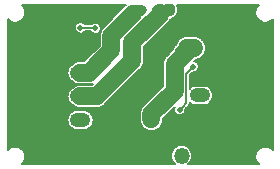
<source format=gbl>
G04 #@! TF.GenerationSoftware,KiCad,Pcbnew,(5.1.4)-1*
G04 #@! TF.CreationDate,2020-03-01T13:43:41+08:00*
G04 #@! TF.ProjectId,Core-Charger,436f7265-2d43-4686-9172-6765722e6b69,rev?*
G04 #@! TF.SameCoordinates,Original*
G04 #@! TF.FileFunction,Copper,L2,Bot*
G04 #@! TF.FilePolarity,Positive*
%FSLAX46Y46*%
G04 Gerber Fmt 4.6, Leading zero omitted, Abs format (unit mm)*
G04 Created by KiCad (PCBNEW (5.1.4)-1) date 2020-03-01 13:43:41*
%MOMM*%
%LPD*%
G04 APERTURE LIST*
%ADD10C,0.020000*%
%ADD11C,1.200000*%
%ADD12O,1.750000X1.200000*%
%ADD13R,1.350000X1.350000*%
%ADD14O,1.350000X1.350000*%
%ADD15C,0.500000*%
%ADD16C,0.500000*%
%ADD17C,1.500000*%
%ADD18C,0.800000*%
%ADD19C,0.152000*%
G04 APERTURE END LIST*
D10*
G36*
X133479505Y-87001204D02*
G01*
X133503773Y-87004804D01*
X133527572Y-87010765D01*
X133550671Y-87019030D01*
X133572850Y-87029520D01*
X133593893Y-87042132D01*
X133613599Y-87056747D01*
X133631777Y-87073223D01*
X133648253Y-87091401D01*
X133662868Y-87111107D01*
X133675480Y-87132150D01*
X133685970Y-87154329D01*
X133694235Y-87177428D01*
X133700196Y-87201227D01*
X133703796Y-87225495D01*
X133705000Y-87249999D01*
X133705000Y-87950001D01*
X133703796Y-87974505D01*
X133700196Y-87998773D01*
X133694235Y-88022572D01*
X133685970Y-88045671D01*
X133675480Y-88067850D01*
X133662868Y-88088893D01*
X133648253Y-88108599D01*
X133631777Y-88126777D01*
X133613599Y-88143253D01*
X133593893Y-88157868D01*
X133572850Y-88170480D01*
X133550671Y-88180970D01*
X133527572Y-88189235D01*
X133503773Y-88195196D01*
X133479505Y-88198796D01*
X133455001Y-88200000D01*
X132204999Y-88200000D01*
X132180495Y-88198796D01*
X132156227Y-88195196D01*
X132132428Y-88189235D01*
X132109329Y-88180970D01*
X132087150Y-88170480D01*
X132066107Y-88157868D01*
X132046401Y-88143253D01*
X132028223Y-88126777D01*
X132011747Y-88108599D01*
X131997132Y-88088893D01*
X131984520Y-88067850D01*
X131974030Y-88045671D01*
X131965765Y-88022572D01*
X131959804Y-87998773D01*
X131956204Y-87974505D01*
X131955000Y-87950001D01*
X131955000Y-87249999D01*
X131956204Y-87225495D01*
X131959804Y-87201227D01*
X131965765Y-87177428D01*
X131974030Y-87154329D01*
X131984520Y-87132150D01*
X131997132Y-87111107D01*
X132011747Y-87091401D01*
X132028223Y-87073223D01*
X132046401Y-87056747D01*
X132066107Y-87042132D01*
X132087150Y-87029520D01*
X132109329Y-87019030D01*
X132132428Y-87010765D01*
X132156227Y-87004804D01*
X132180495Y-87001204D01*
X132204999Y-87000000D01*
X133455001Y-87000000D01*
X133479505Y-87001204D01*
X133479505Y-87001204D01*
G37*
D11*
X132830000Y-87600000D03*
D12*
X132830000Y-89600000D03*
X132830000Y-91600000D03*
X132830000Y-93600000D03*
D10*
G36*
X143599505Y-92911204D02*
G01*
X143623773Y-92914804D01*
X143647572Y-92920765D01*
X143670671Y-92929030D01*
X143692850Y-92939520D01*
X143713893Y-92952132D01*
X143733599Y-92966747D01*
X143751777Y-92983223D01*
X143768253Y-93001401D01*
X143782868Y-93021107D01*
X143795480Y-93042150D01*
X143805970Y-93064329D01*
X143814235Y-93087428D01*
X143820196Y-93111227D01*
X143823796Y-93135495D01*
X143825000Y-93159999D01*
X143825000Y-93860001D01*
X143823796Y-93884505D01*
X143820196Y-93908773D01*
X143814235Y-93932572D01*
X143805970Y-93955671D01*
X143795480Y-93977850D01*
X143782868Y-93998893D01*
X143768253Y-94018599D01*
X143751777Y-94036777D01*
X143733599Y-94053253D01*
X143713893Y-94067868D01*
X143692850Y-94080480D01*
X143670671Y-94090970D01*
X143647572Y-94099235D01*
X143623773Y-94105196D01*
X143599505Y-94108796D01*
X143575001Y-94110000D01*
X142324999Y-94110000D01*
X142300495Y-94108796D01*
X142276227Y-94105196D01*
X142252428Y-94099235D01*
X142229329Y-94090970D01*
X142207150Y-94080480D01*
X142186107Y-94067868D01*
X142166401Y-94053253D01*
X142148223Y-94036777D01*
X142131747Y-94018599D01*
X142117132Y-93998893D01*
X142104520Y-93977850D01*
X142094030Y-93955671D01*
X142085765Y-93932572D01*
X142079804Y-93908773D01*
X142076204Y-93884505D01*
X142075000Y-93860001D01*
X142075000Y-93159999D01*
X142076204Y-93135495D01*
X142079804Y-93111227D01*
X142085765Y-93087428D01*
X142094030Y-93064329D01*
X142104520Y-93042150D01*
X142117132Y-93021107D01*
X142131747Y-93001401D01*
X142148223Y-92983223D01*
X142166401Y-92966747D01*
X142186107Y-92952132D01*
X142207150Y-92939520D01*
X142229329Y-92929030D01*
X142252428Y-92920765D01*
X142276227Y-92914804D01*
X142300495Y-92911204D01*
X142324999Y-92910000D01*
X143575001Y-92910000D01*
X143599505Y-92911204D01*
X143599505Y-92911204D01*
G37*
D11*
X142950000Y-93510000D03*
D12*
X142950000Y-91510000D03*
D13*
X143390000Y-96630000D03*
D14*
X141390000Y-96630000D03*
D15*
X137290000Y-84620000D03*
X138180000Y-84290000D03*
X137650000Y-84250000D03*
X137150000Y-84130000D03*
X139260000Y-87790000D03*
X139280000Y-87070000D03*
X138760000Y-87170000D03*
X138740000Y-87750000D03*
X138760000Y-88310000D03*
X139310000Y-88330000D03*
X127150000Y-86090000D03*
X130460000Y-86080000D03*
X131030000Y-86300000D03*
X130470000Y-88880000D03*
X130480000Y-88270000D03*
X127180000Y-88300000D03*
X128840000Y-86640000D03*
X127240000Y-91460000D03*
X130430000Y-92680000D03*
X128250000Y-89610000D03*
X127020000Y-94800000D03*
X130400000Y-94780000D03*
X128570000Y-92750000D03*
X128620000Y-95660000D03*
X132290000Y-94900000D03*
X138570000Y-95620000D03*
X138600000Y-97080000D03*
X137800000Y-94830000D03*
X136350000Y-92960000D03*
X143100000Y-89050000D03*
X143730000Y-89070000D03*
X144960000Y-84310000D03*
X144910000Y-85370000D03*
X144930000Y-86620000D03*
X144760000Y-87760000D03*
X144260000Y-88480000D03*
X143480000Y-88490000D03*
X136360000Y-91130000D03*
X136120000Y-91560000D03*
X136330000Y-93480000D03*
X136380000Y-94670000D03*
X136930000Y-95040000D03*
X138060000Y-94420000D03*
X138300000Y-95120000D03*
X140400000Y-95400000D03*
X145230000Y-96920000D03*
X147130000Y-96910000D03*
X148750000Y-95380000D03*
X148670000Y-92890000D03*
X148630000Y-90120000D03*
X146520000Y-90050000D03*
X144850000Y-91640000D03*
X146960000Y-91650000D03*
X146410000Y-94460000D03*
X144380000Y-95020000D03*
X134700000Y-85390000D03*
X134800000Y-84070000D03*
X130950000Y-96930000D03*
X134450000Y-96960000D03*
X137060000Y-96360000D03*
X142130000Y-87120000D03*
X142080000Y-87600000D03*
X141590000Y-87710000D03*
X142380000Y-88010000D03*
X138840000Y-93240000D03*
X139350000Y-93220000D03*
X138340000Y-93250000D03*
X138610000Y-93710000D03*
X139120000Y-93700000D03*
X141090000Y-87700000D03*
X139520000Y-84080000D03*
X139540000Y-84610000D03*
X140070000Y-84010000D03*
X140580000Y-84060000D03*
X134090000Y-85820000D03*
X132829977Y-85790000D03*
X142375809Y-89067990D03*
X141230000Y-92730000D03*
D16*
X138020000Y-84130000D02*
X138180000Y-84290000D01*
X137150000Y-84130000D02*
X138020000Y-84130000D01*
X137850000Y-84620000D02*
X138180000Y-84290000D01*
X137290000Y-84620000D02*
X137850000Y-84620000D01*
D17*
X133540000Y-89600000D02*
X135440000Y-87700000D01*
X135440000Y-86470000D02*
X137290000Y-84620000D01*
X135440000Y-87700000D02*
X135440000Y-86470000D01*
X132830000Y-89600000D02*
X133540000Y-89600000D01*
X142460000Y-87510000D02*
X142414961Y-87464961D01*
X142414961Y-87464961D02*
X141880001Y-87464961D01*
X138840000Y-93240000D02*
X138840000Y-93540000D01*
X138840000Y-93070000D02*
X138840000Y-93240000D01*
X140800000Y-91110000D02*
X138840000Y-93070000D01*
X142080000Y-87600000D02*
X140800000Y-88880000D01*
X140800000Y-88880000D02*
X140800000Y-91110000D01*
D18*
X139878050Y-84271950D02*
X139878050Y-84201950D01*
X139540000Y-84610000D02*
X139878050Y-84271950D01*
D16*
X140120000Y-84060000D02*
X140111949Y-84051949D01*
X140580000Y-84060000D02*
X140120000Y-84060000D01*
X140441602Y-84551951D02*
X139540000Y-84551951D01*
X140580000Y-84413553D02*
X140441602Y-84551951D01*
X140580000Y-84060000D02*
X140580000Y-84413553D01*
D17*
X139540000Y-84706294D02*
X137222500Y-87023794D01*
X139540000Y-84551951D02*
X139540000Y-84706294D01*
X137222500Y-87023794D02*
X137222500Y-88577500D01*
X137222500Y-88577500D02*
X134200000Y-91600000D01*
X134200000Y-91600000D02*
X132830000Y-91600000D01*
D19*
X134060000Y-85790000D02*
X134090000Y-85820000D01*
X132829977Y-85790000D02*
X134060000Y-85790000D01*
X141778011Y-89665788D02*
X141778011Y-92181989D01*
X141479999Y-92480001D02*
X141230000Y-92730000D01*
X141778011Y-92181989D02*
X141479999Y-92480001D01*
X142375809Y-89067990D02*
X141778011Y-89665788D01*
G36*
X147824487Y-83962034D02*
G01*
X147732131Y-84100256D01*
X147668515Y-84253839D01*
X147636083Y-84416881D01*
X147636083Y-84583119D01*
X147668515Y-84746161D01*
X147732131Y-84899744D01*
X147824487Y-85037966D01*
X147942034Y-85155513D01*
X148080256Y-85247869D01*
X148233839Y-85311485D01*
X148396881Y-85343917D01*
X148563119Y-85343917D01*
X148726161Y-85311485D01*
X148879744Y-85247869D01*
X149017966Y-85155513D01*
X149102001Y-85071478D01*
X149102000Y-96128521D01*
X149017966Y-96044487D01*
X148879744Y-95952131D01*
X148726161Y-95888515D01*
X148563119Y-95856083D01*
X148396881Y-95856083D01*
X148233839Y-95888515D01*
X148080256Y-95952131D01*
X147942034Y-96044487D01*
X147824487Y-96162034D01*
X147732131Y-96300256D01*
X147668515Y-96453839D01*
X147636083Y-96616881D01*
X147636083Y-96783119D01*
X147668515Y-96946161D01*
X147732131Y-97099744D01*
X147824487Y-97237966D01*
X147908521Y-97322000D01*
X141970203Y-97322000D01*
X142031607Y-97271607D01*
X142144450Y-97134107D01*
X142228300Y-96977235D01*
X142279934Y-96807019D01*
X142297369Y-96630000D01*
X142279934Y-96452981D01*
X142228300Y-96282765D01*
X142144450Y-96125893D01*
X142031607Y-95988393D01*
X141894107Y-95875550D01*
X141737235Y-95791700D01*
X141567019Y-95740066D01*
X141434359Y-95727000D01*
X141345641Y-95727000D01*
X141212981Y-95740066D01*
X141042765Y-95791700D01*
X140885893Y-95875550D01*
X140748393Y-95988393D01*
X140635550Y-96125893D01*
X140551700Y-96282765D01*
X140500066Y-96452981D01*
X140482631Y-96630000D01*
X140500066Y-96807019D01*
X140551700Y-96977235D01*
X140635550Y-97134107D01*
X140748393Y-97271607D01*
X140809797Y-97322000D01*
X127851479Y-97322000D01*
X127935513Y-97237966D01*
X128027869Y-97099744D01*
X128091485Y-96946161D01*
X128123917Y-96783119D01*
X128123917Y-96616881D01*
X128091485Y-96453839D01*
X128027869Y-96300256D01*
X127935513Y-96162034D01*
X127817966Y-96044487D01*
X127679744Y-95952131D01*
X127526161Y-95888515D01*
X127363119Y-95856083D01*
X127196881Y-95856083D01*
X127033839Y-95888515D01*
X126880256Y-95952131D01*
X126742034Y-96044487D01*
X126658000Y-96128521D01*
X126658000Y-93600000D01*
X131722994Y-93600000D01*
X131738981Y-93762316D01*
X131786327Y-93918395D01*
X131863212Y-94062238D01*
X131966683Y-94188317D01*
X132092762Y-94291788D01*
X132236605Y-94368673D01*
X132392684Y-94416019D01*
X132514327Y-94428000D01*
X133145673Y-94428000D01*
X133267316Y-94416019D01*
X133423395Y-94368673D01*
X133567238Y-94291788D01*
X133693317Y-94188317D01*
X133796788Y-94062238D01*
X133873673Y-93918395D01*
X133921019Y-93762316D01*
X133937006Y-93600000D01*
X133921019Y-93437684D01*
X133873673Y-93281605D01*
X133796788Y-93137762D01*
X133741177Y-93070000D01*
X137857269Y-93070000D01*
X137862000Y-93118037D01*
X137862000Y-93588045D01*
X137876151Y-93731722D01*
X137932074Y-93916075D01*
X138022888Y-94085977D01*
X138145105Y-94234896D01*
X138294024Y-94357112D01*
X138463926Y-94447926D01*
X138648279Y-94503849D01*
X138840000Y-94522732D01*
X139031722Y-94503849D01*
X139216075Y-94447926D01*
X139385977Y-94357112D01*
X139534896Y-94234896D01*
X139657112Y-94085977D01*
X139747926Y-93916075D01*
X139803849Y-93731721D01*
X139818000Y-93588044D01*
X139818000Y-93475100D01*
X140840399Y-92452701D01*
X140806402Y-92503582D01*
X140770369Y-92590572D01*
X140752000Y-92682921D01*
X140752000Y-92777079D01*
X140770369Y-92869428D01*
X140806402Y-92956418D01*
X140858713Y-93034707D01*
X140925293Y-93101287D01*
X141003582Y-93153598D01*
X141090572Y-93189631D01*
X141182921Y-93208000D01*
X141277079Y-93208000D01*
X141369428Y-93189631D01*
X141456418Y-93153598D01*
X141534707Y-93101287D01*
X141601287Y-93034707D01*
X141653598Y-92956418D01*
X141689631Y-92869428D01*
X141708000Y-92777079D01*
X141708000Y-92682921D01*
X141707834Y-92682086D01*
X141982417Y-92407504D01*
X141994011Y-92397989D01*
X142032000Y-92351699D01*
X142060228Y-92298887D01*
X142077611Y-92241583D01*
X142082011Y-92196913D01*
X142083481Y-92181989D01*
X142082011Y-92167065D01*
X142082011Y-92092624D01*
X142086683Y-92098317D01*
X142212762Y-92201788D01*
X142356605Y-92278673D01*
X142512684Y-92326019D01*
X142634327Y-92338000D01*
X143265673Y-92338000D01*
X143387316Y-92326019D01*
X143543395Y-92278673D01*
X143687238Y-92201788D01*
X143813317Y-92098317D01*
X143916788Y-91972238D01*
X143993673Y-91828395D01*
X144041019Y-91672316D01*
X144057006Y-91510000D01*
X144041019Y-91347684D01*
X143993673Y-91191605D01*
X143916788Y-91047762D01*
X143813317Y-90921683D01*
X143687238Y-90818212D01*
X143543395Y-90741327D01*
X143387316Y-90693981D01*
X143265673Y-90682000D01*
X142634327Y-90682000D01*
X142512684Y-90693981D01*
X142356605Y-90741327D01*
X142212762Y-90818212D01*
X142086683Y-90921683D01*
X142082011Y-90927376D01*
X142082011Y-89791708D01*
X142327896Y-89545824D01*
X142328730Y-89545990D01*
X142422888Y-89545990D01*
X142515237Y-89527621D01*
X142602227Y-89491588D01*
X142680516Y-89439277D01*
X142747096Y-89372697D01*
X142799407Y-89294408D01*
X142835440Y-89207418D01*
X142853809Y-89115069D01*
X142853809Y-89020911D01*
X142835440Y-88928562D01*
X142799407Y-88841572D01*
X142747096Y-88763283D01*
X142680516Y-88696703D01*
X142602227Y-88644392D01*
X142515237Y-88608359D01*
X142464778Y-88598322D01*
X142582427Y-88480674D01*
X142651721Y-88473849D01*
X142836075Y-88417925D01*
X143005976Y-88327112D01*
X143154896Y-88204896D01*
X143277112Y-88055976D01*
X143367925Y-87886075D01*
X143423849Y-87701721D01*
X143442731Y-87510000D01*
X143423849Y-87318279D01*
X143367925Y-87133925D01*
X143277112Y-86964024D01*
X143185523Y-86852423D01*
X143140485Y-86807385D01*
X143109857Y-86770065D01*
X142960938Y-86647849D01*
X142791036Y-86557035D01*
X142606683Y-86501112D01*
X142463006Y-86486961D01*
X142462998Y-86486961D01*
X142414961Y-86482230D01*
X142366924Y-86486961D01*
X141831956Y-86486961D01*
X141688279Y-86501112D01*
X141503926Y-86557035D01*
X141334024Y-86647849D01*
X141185105Y-86770065D01*
X141062889Y-86918984D01*
X140972075Y-87088886D01*
X140922609Y-87251952D01*
X140863582Y-87276402D01*
X140785293Y-87328713D01*
X140718713Y-87395293D01*
X140666402Y-87473582D01*
X140630369Y-87560572D01*
X140612000Y-87652921D01*
X140612000Y-87684900D01*
X140142424Y-88154476D01*
X140105104Y-88185104D01*
X139982888Y-88334023D01*
X139892074Y-88503926D01*
X139836151Y-88688279D01*
X139822000Y-88831956D01*
X139822000Y-88831963D01*
X139817269Y-88880000D01*
X139822000Y-88928037D01*
X139822001Y-90704898D01*
X138182424Y-92344476D01*
X138145104Y-92375104D01*
X138022888Y-92524023D01*
X137932074Y-92693926D01*
X137876151Y-92878279D01*
X137862000Y-93021956D01*
X137862000Y-93021963D01*
X137857269Y-93070000D01*
X133741177Y-93070000D01*
X133693317Y-93011683D01*
X133567238Y-92908212D01*
X133423395Y-92831327D01*
X133267316Y-92783981D01*
X133145673Y-92772000D01*
X132514327Y-92772000D01*
X132392684Y-92783981D01*
X132236605Y-92831327D01*
X132092762Y-92908212D01*
X131966683Y-93011683D01*
X131863212Y-93137762D01*
X131786327Y-93281605D01*
X131738981Y-93437684D01*
X131722994Y-93600000D01*
X126658000Y-93600000D01*
X126658000Y-85742921D01*
X132351977Y-85742921D01*
X132351977Y-85837079D01*
X132370346Y-85929428D01*
X132406379Y-86016418D01*
X132458690Y-86094707D01*
X132525270Y-86161287D01*
X132603559Y-86213598D01*
X132690549Y-86249631D01*
X132782898Y-86268000D01*
X132877056Y-86268000D01*
X132969405Y-86249631D01*
X133056395Y-86213598D01*
X133134684Y-86161287D01*
X133201264Y-86094707D01*
X133201736Y-86094000D01*
X133698195Y-86094000D01*
X133718713Y-86124707D01*
X133785293Y-86191287D01*
X133863582Y-86243598D01*
X133950572Y-86279631D01*
X134042921Y-86298000D01*
X134137079Y-86298000D01*
X134229428Y-86279631D01*
X134316418Y-86243598D01*
X134394707Y-86191287D01*
X134461287Y-86124707D01*
X134513598Y-86046418D01*
X134549631Y-85959428D01*
X134568000Y-85867079D01*
X134568000Y-85772921D01*
X134549631Y-85680572D01*
X134513598Y-85593582D01*
X134461287Y-85515293D01*
X134394707Y-85448713D01*
X134316418Y-85396402D01*
X134229428Y-85360369D01*
X134137079Y-85342000D01*
X134042921Y-85342000D01*
X133950572Y-85360369D01*
X133863582Y-85396402D01*
X133785293Y-85448713D01*
X133748006Y-85486000D01*
X133201736Y-85486000D01*
X133201264Y-85485293D01*
X133134684Y-85418713D01*
X133056395Y-85366402D01*
X132969405Y-85330369D01*
X132877056Y-85312000D01*
X132782898Y-85312000D01*
X132690549Y-85330369D01*
X132603559Y-85366402D01*
X132525270Y-85418713D01*
X132458690Y-85485293D01*
X132406379Y-85563582D01*
X132370346Y-85650572D01*
X132351977Y-85742921D01*
X126658000Y-85742921D01*
X126658000Y-85071479D01*
X126742034Y-85155513D01*
X126880256Y-85247869D01*
X127033839Y-85311485D01*
X127196881Y-85343917D01*
X127363119Y-85343917D01*
X127526161Y-85311485D01*
X127679744Y-85247869D01*
X127817966Y-85155513D01*
X127935513Y-85037966D01*
X128027869Y-84899744D01*
X128091485Y-84746161D01*
X128123917Y-84583119D01*
X128123917Y-84416881D01*
X128091485Y-84253839D01*
X128027869Y-84100256D01*
X127935513Y-83962034D01*
X127851475Y-83877996D01*
X136652554Y-83877955D01*
X136632422Y-83894477D01*
X134782420Y-85744480D01*
X134745105Y-85775104D01*
X134714481Y-85812419D01*
X134714477Y-85812423D01*
X134622888Y-85924024D01*
X134532075Y-86093925D01*
X134476151Y-86278279D01*
X134457269Y-86470000D01*
X134462001Y-86518046D01*
X134462000Y-87294899D01*
X133134900Y-88622000D01*
X132781955Y-88622000D01*
X132638278Y-88636151D01*
X132453925Y-88692074D01*
X132284023Y-88782888D01*
X132203327Y-88849114D01*
X132092762Y-88908212D01*
X131966683Y-89011683D01*
X131863212Y-89137762D01*
X131786327Y-89281605D01*
X131738981Y-89437684D01*
X131722994Y-89600000D01*
X131738981Y-89762316D01*
X131786327Y-89918395D01*
X131863212Y-90062238D01*
X131966683Y-90188317D01*
X132092762Y-90291788D01*
X132203327Y-90350886D01*
X132284023Y-90417112D01*
X132453925Y-90507926D01*
X132638278Y-90563849D01*
X132781955Y-90578000D01*
X133491963Y-90578000D01*
X133540000Y-90582731D01*
X133588037Y-90578000D01*
X133588045Y-90578000D01*
X133731722Y-90563849D01*
X133905882Y-90511018D01*
X133794900Y-90622000D01*
X132781955Y-90622000D01*
X132638278Y-90636151D01*
X132453925Y-90692074D01*
X132284023Y-90782888D01*
X132203327Y-90849114D01*
X132092762Y-90908212D01*
X131966683Y-91011683D01*
X131863212Y-91137762D01*
X131786327Y-91281605D01*
X131738981Y-91437684D01*
X131722994Y-91600000D01*
X131738981Y-91762316D01*
X131786327Y-91918395D01*
X131863212Y-92062238D01*
X131966683Y-92188317D01*
X132092762Y-92291788D01*
X132203327Y-92350886D01*
X132284023Y-92417112D01*
X132453925Y-92507926D01*
X132638278Y-92563849D01*
X132781955Y-92578000D01*
X134151963Y-92578000D01*
X134200000Y-92582731D01*
X134248037Y-92578000D01*
X134248045Y-92578000D01*
X134391722Y-92563849D01*
X134576075Y-92507926D01*
X134745977Y-92417112D01*
X134894896Y-92294896D01*
X134925524Y-92257576D01*
X137880081Y-89303020D01*
X137917396Y-89272396D01*
X137948020Y-89235081D01*
X137948023Y-89235078D01*
X138027888Y-89137762D01*
X138039612Y-89123477D01*
X138130426Y-88953575D01*
X138186349Y-88769222D01*
X138200500Y-88625545D01*
X138200500Y-88625530D01*
X138205230Y-88577501D01*
X138200500Y-88529471D01*
X138200500Y-87428894D01*
X140197581Y-85431814D01*
X140234896Y-85401190D01*
X140265520Y-85363875D01*
X140265523Y-85363872D01*
X140357112Y-85252271D01*
X140447925Y-85082370D01*
X140447926Y-85082369D01*
X140463788Y-85030078D01*
X140465076Y-85029951D01*
X140535306Y-85023034D01*
X140625409Y-84995701D01*
X140708449Y-84951316D01*
X140781234Y-84891583D01*
X140796204Y-84873342D01*
X140901391Y-84768155D01*
X140919632Y-84753185D01*
X140979365Y-84680400D01*
X141023750Y-84597360D01*
X141051083Y-84507257D01*
X141058000Y-84437026D01*
X141058000Y-84437018D01*
X141060311Y-84413554D01*
X141058000Y-84390090D01*
X141058000Y-84083474D01*
X141060312Y-84060000D01*
X141058000Y-84036526D01*
X141058000Y-84012921D01*
X141053395Y-83989769D01*
X141051083Y-83966296D01*
X141044237Y-83943728D01*
X141039631Y-83920572D01*
X141030595Y-83898758D01*
X141024278Y-83877934D01*
X147908619Y-83877902D01*
X147824487Y-83962034D01*
X147824487Y-83962034D01*
G37*
X147824487Y-83962034D02*
X147732131Y-84100256D01*
X147668515Y-84253839D01*
X147636083Y-84416881D01*
X147636083Y-84583119D01*
X147668515Y-84746161D01*
X147732131Y-84899744D01*
X147824487Y-85037966D01*
X147942034Y-85155513D01*
X148080256Y-85247869D01*
X148233839Y-85311485D01*
X148396881Y-85343917D01*
X148563119Y-85343917D01*
X148726161Y-85311485D01*
X148879744Y-85247869D01*
X149017966Y-85155513D01*
X149102001Y-85071478D01*
X149102000Y-96128521D01*
X149017966Y-96044487D01*
X148879744Y-95952131D01*
X148726161Y-95888515D01*
X148563119Y-95856083D01*
X148396881Y-95856083D01*
X148233839Y-95888515D01*
X148080256Y-95952131D01*
X147942034Y-96044487D01*
X147824487Y-96162034D01*
X147732131Y-96300256D01*
X147668515Y-96453839D01*
X147636083Y-96616881D01*
X147636083Y-96783119D01*
X147668515Y-96946161D01*
X147732131Y-97099744D01*
X147824487Y-97237966D01*
X147908521Y-97322000D01*
X141970203Y-97322000D01*
X142031607Y-97271607D01*
X142144450Y-97134107D01*
X142228300Y-96977235D01*
X142279934Y-96807019D01*
X142297369Y-96630000D01*
X142279934Y-96452981D01*
X142228300Y-96282765D01*
X142144450Y-96125893D01*
X142031607Y-95988393D01*
X141894107Y-95875550D01*
X141737235Y-95791700D01*
X141567019Y-95740066D01*
X141434359Y-95727000D01*
X141345641Y-95727000D01*
X141212981Y-95740066D01*
X141042765Y-95791700D01*
X140885893Y-95875550D01*
X140748393Y-95988393D01*
X140635550Y-96125893D01*
X140551700Y-96282765D01*
X140500066Y-96452981D01*
X140482631Y-96630000D01*
X140500066Y-96807019D01*
X140551700Y-96977235D01*
X140635550Y-97134107D01*
X140748393Y-97271607D01*
X140809797Y-97322000D01*
X127851479Y-97322000D01*
X127935513Y-97237966D01*
X128027869Y-97099744D01*
X128091485Y-96946161D01*
X128123917Y-96783119D01*
X128123917Y-96616881D01*
X128091485Y-96453839D01*
X128027869Y-96300256D01*
X127935513Y-96162034D01*
X127817966Y-96044487D01*
X127679744Y-95952131D01*
X127526161Y-95888515D01*
X127363119Y-95856083D01*
X127196881Y-95856083D01*
X127033839Y-95888515D01*
X126880256Y-95952131D01*
X126742034Y-96044487D01*
X126658000Y-96128521D01*
X126658000Y-93600000D01*
X131722994Y-93600000D01*
X131738981Y-93762316D01*
X131786327Y-93918395D01*
X131863212Y-94062238D01*
X131966683Y-94188317D01*
X132092762Y-94291788D01*
X132236605Y-94368673D01*
X132392684Y-94416019D01*
X132514327Y-94428000D01*
X133145673Y-94428000D01*
X133267316Y-94416019D01*
X133423395Y-94368673D01*
X133567238Y-94291788D01*
X133693317Y-94188317D01*
X133796788Y-94062238D01*
X133873673Y-93918395D01*
X133921019Y-93762316D01*
X133937006Y-93600000D01*
X133921019Y-93437684D01*
X133873673Y-93281605D01*
X133796788Y-93137762D01*
X133741177Y-93070000D01*
X137857269Y-93070000D01*
X137862000Y-93118037D01*
X137862000Y-93588045D01*
X137876151Y-93731722D01*
X137932074Y-93916075D01*
X138022888Y-94085977D01*
X138145105Y-94234896D01*
X138294024Y-94357112D01*
X138463926Y-94447926D01*
X138648279Y-94503849D01*
X138840000Y-94522732D01*
X139031722Y-94503849D01*
X139216075Y-94447926D01*
X139385977Y-94357112D01*
X139534896Y-94234896D01*
X139657112Y-94085977D01*
X139747926Y-93916075D01*
X139803849Y-93731721D01*
X139818000Y-93588044D01*
X139818000Y-93475100D01*
X140840399Y-92452701D01*
X140806402Y-92503582D01*
X140770369Y-92590572D01*
X140752000Y-92682921D01*
X140752000Y-92777079D01*
X140770369Y-92869428D01*
X140806402Y-92956418D01*
X140858713Y-93034707D01*
X140925293Y-93101287D01*
X141003582Y-93153598D01*
X141090572Y-93189631D01*
X141182921Y-93208000D01*
X141277079Y-93208000D01*
X141369428Y-93189631D01*
X141456418Y-93153598D01*
X141534707Y-93101287D01*
X141601287Y-93034707D01*
X141653598Y-92956418D01*
X141689631Y-92869428D01*
X141708000Y-92777079D01*
X141708000Y-92682921D01*
X141707834Y-92682086D01*
X141982417Y-92407504D01*
X141994011Y-92397989D01*
X142032000Y-92351699D01*
X142060228Y-92298887D01*
X142077611Y-92241583D01*
X142082011Y-92196913D01*
X142083481Y-92181989D01*
X142082011Y-92167065D01*
X142082011Y-92092624D01*
X142086683Y-92098317D01*
X142212762Y-92201788D01*
X142356605Y-92278673D01*
X142512684Y-92326019D01*
X142634327Y-92338000D01*
X143265673Y-92338000D01*
X143387316Y-92326019D01*
X143543395Y-92278673D01*
X143687238Y-92201788D01*
X143813317Y-92098317D01*
X143916788Y-91972238D01*
X143993673Y-91828395D01*
X144041019Y-91672316D01*
X144057006Y-91510000D01*
X144041019Y-91347684D01*
X143993673Y-91191605D01*
X143916788Y-91047762D01*
X143813317Y-90921683D01*
X143687238Y-90818212D01*
X143543395Y-90741327D01*
X143387316Y-90693981D01*
X143265673Y-90682000D01*
X142634327Y-90682000D01*
X142512684Y-90693981D01*
X142356605Y-90741327D01*
X142212762Y-90818212D01*
X142086683Y-90921683D01*
X142082011Y-90927376D01*
X142082011Y-89791708D01*
X142327896Y-89545824D01*
X142328730Y-89545990D01*
X142422888Y-89545990D01*
X142515237Y-89527621D01*
X142602227Y-89491588D01*
X142680516Y-89439277D01*
X142747096Y-89372697D01*
X142799407Y-89294408D01*
X142835440Y-89207418D01*
X142853809Y-89115069D01*
X142853809Y-89020911D01*
X142835440Y-88928562D01*
X142799407Y-88841572D01*
X142747096Y-88763283D01*
X142680516Y-88696703D01*
X142602227Y-88644392D01*
X142515237Y-88608359D01*
X142464778Y-88598322D01*
X142582427Y-88480674D01*
X142651721Y-88473849D01*
X142836075Y-88417925D01*
X143005976Y-88327112D01*
X143154896Y-88204896D01*
X143277112Y-88055976D01*
X143367925Y-87886075D01*
X143423849Y-87701721D01*
X143442731Y-87510000D01*
X143423849Y-87318279D01*
X143367925Y-87133925D01*
X143277112Y-86964024D01*
X143185523Y-86852423D01*
X143140485Y-86807385D01*
X143109857Y-86770065D01*
X142960938Y-86647849D01*
X142791036Y-86557035D01*
X142606683Y-86501112D01*
X142463006Y-86486961D01*
X142462998Y-86486961D01*
X142414961Y-86482230D01*
X142366924Y-86486961D01*
X141831956Y-86486961D01*
X141688279Y-86501112D01*
X141503926Y-86557035D01*
X141334024Y-86647849D01*
X141185105Y-86770065D01*
X141062889Y-86918984D01*
X140972075Y-87088886D01*
X140922609Y-87251952D01*
X140863582Y-87276402D01*
X140785293Y-87328713D01*
X140718713Y-87395293D01*
X140666402Y-87473582D01*
X140630369Y-87560572D01*
X140612000Y-87652921D01*
X140612000Y-87684900D01*
X140142424Y-88154476D01*
X140105104Y-88185104D01*
X139982888Y-88334023D01*
X139892074Y-88503926D01*
X139836151Y-88688279D01*
X139822000Y-88831956D01*
X139822000Y-88831963D01*
X139817269Y-88880000D01*
X139822000Y-88928037D01*
X139822001Y-90704898D01*
X138182424Y-92344476D01*
X138145104Y-92375104D01*
X138022888Y-92524023D01*
X137932074Y-92693926D01*
X137876151Y-92878279D01*
X137862000Y-93021956D01*
X137862000Y-93021963D01*
X137857269Y-93070000D01*
X133741177Y-93070000D01*
X133693317Y-93011683D01*
X133567238Y-92908212D01*
X133423395Y-92831327D01*
X133267316Y-92783981D01*
X133145673Y-92772000D01*
X132514327Y-92772000D01*
X132392684Y-92783981D01*
X132236605Y-92831327D01*
X132092762Y-92908212D01*
X131966683Y-93011683D01*
X131863212Y-93137762D01*
X131786327Y-93281605D01*
X131738981Y-93437684D01*
X131722994Y-93600000D01*
X126658000Y-93600000D01*
X126658000Y-85742921D01*
X132351977Y-85742921D01*
X132351977Y-85837079D01*
X132370346Y-85929428D01*
X132406379Y-86016418D01*
X132458690Y-86094707D01*
X132525270Y-86161287D01*
X132603559Y-86213598D01*
X132690549Y-86249631D01*
X132782898Y-86268000D01*
X132877056Y-86268000D01*
X132969405Y-86249631D01*
X133056395Y-86213598D01*
X133134684Y-86161287D01*
X133201264Y-86094707D01*
X133201736Y-86094000D01*
X133698195Y-86094000D01*
X133718713Y-86124707D01*
X133785293Y-86191287D01*
X133863582Y-86243598D01*
X133950572Y-86279631D01*
X134042921Y-86298000D01*
X134137079Y-86298000D01*
X134229428Y-86279631D01*
X134316418Y-86243598D01*
X134394707Y-86191287D01*
X134461287Y-86124707D01*
X134513598Y-86046418D01*
X134549631Y-85959428D01*
X134568000Y-85867079D01*
X134568000Y-85772921D01*
X134549631Y-85680572D01*
X134513598Y-85593582D01*
X134461287Y-85515293D01*
X134394707Y-85448713D01*
X134316418Y-85396402D01*
X134229428Y-85360369D01*
X134137079Y-85342000D01*
X134042921Y-85342000D01*
X133950572Y-85360369D01*
X133863582Y-85396402D01*
X133785293Y-85448713D01*
X133748006Y-85486000D01*
X133201736Y-85486000D01*
X133201264Y-85485293D01*
X133134684Y-85418713D01*
X133056395Y-85366402D01*
X132969405Y-85330369D01*
X132877056Y-85312000D01*
X132782898Y-85312000D01*
X132690549Y-85330369D01*
X132603559Y-85366402D01*
X132525270Y-85418713D01*
X132458690Y-85485293D01*
X132406379Y-85563582D01*
X132370346Y-85650572D01*
X132351977Y-85742921D01*
X126658000Y-85742921D01*
X126658000Y-85071479D01*
X126742034Y-85155513D01*
X126880256Y-85247869D01*
X127033839Y-85311485D01*
X127196881Y-85343917D01*
X127363119Y-85343917D01*
X127526161Y-85311485D01*
X127679744Y-85247869D01*
X127817966Y-85155513D01*
X127935513Y-85037966D01*
X128027869Y-84899744D01*
X128091485Y-84746161D01*
X128123917Y-84583119D01*
X128123917Y-84416881D01*
X128091485Y-84253839D01*
X128027869Y-84100256D01*
X127935513Y-83962034D01*
X127851475Y-83877996D01*
X136652554Y-83877955D01*
X136632422Y-83894477D01*
X134782420Y-85744480D01*
X134745105Y-85775104D01*
X134714481Y-85812419D01*
X134714477Y-85812423D01*
X134622888Y-85924024D01*
X134532075Y-86093925D01*
X134476151Y-86278279D01*
X134457269Y-86470000D01*
X134462001Y-86518046D01*
X134462000Y-87294899D01*
X133134900Y-88622000D01*
X132781955Y-88622000D01*
X132638278Y-88636151D01*
X132453925Y-88692074D01*
X132284023Y-88782888D01*
X132203327Y-88849114D01*
X132092762Y-88908212D01*
X131966683Y-89011683D01*
X131863212Y-89137762D01*
X131786327Y-89281605D01*
X131738981Y-89437684D01*
X131722994Y-89600000D01*
X131738981Y-89762316D01*
X131786327Y-89918395D01*
X131863212Y-90062238D01*
X131966683Y-90188317D01*
X132092762Y-90291788D01*
X132203327Y-90350886D01*
X132284023Y-90417112D01*
X132453925Y-90507926D01*
X132638278Y-90563849D01*
X132781955Y-90578000D01*
X133491963Y-90578000D01*
X133540000Y-90582731D01*
X133588037Y-90578000D01*
X133588045Y-90578000D01*
X133731722Y-90563849D01*
X133905882Y-90511018D01*
X133794900Y-90622000D01*
X132781955Y-90622000D01*
X132638278Y-90636151D01*
X132453925Y-90692074D01*
X132284023Y-90782888D01*
X132203327Y-90849114D01*
X132092762Y-90908212D01*
X131966683Y-91011683D01*
X131863212Y-91137762D01*
X131786327Y-91281605D01*
X131738981Y-91437684D01*
X131722994Y-91600000D01*
X131738981Y-91762316D01*
X131786327Y-91918395D01*
X131863212Y-92062238D01*
X131966683Y-92188317D01*
X132092762Y-92291788D01*
X132203327Y-92350886D01*
X132284023Y-92417112D01*
X132453925Y-92507926D01*
X132638278Y-92563849D01*
X132781955Y-92578000D01*
X134151963Y-92578000D01*
X134200000Y-92582731D01*
X134248037Y-92578000D01*
X134248045Y-92578000D01*
X134391722Y-92563849D01*
X134576075Y-92507926D01*
X134745977Y-92417112D01*
X134894896Y-92294896D01*
X134925524Y-92257576D01*
X137880081Y-89303020D01*
X137917396Y-89272396D01*
X137948020Y-89235081D01*
X137948023Y-89235078D01*
X138027888Y-89137762D01*
X138039612Y-89123477D01*
X138130426Y-88953575D01*
X138186349Y-88769222D01*
X138200500Y-88625545D01*
X138200500Y-88625530D01*
X138205230Y-88577501D01*
X138200500Y-88529471D01*
X138200500Y-87428894D01*
X140197581Y-85431814D01*
X140234896Y-85401190D01*
X140265520Y-85363875D01*
X140265523Y-85363872D01*
X140357112Y-85252271D01*
X140447925Y-85082370D01*
X140447926Y-85082369D01*
X140463788Y-85030078D01*
X140465076Y-85029951D01*
X140535306Y-85023034D01*
X140625409Y-84995701D01*
X140708449Y-84951316D01*
X140781234Y-84891583D01*
X140796204Y-84873342D01*
X140901391Y-84768155D01*
X140919632Y-84753185D01*
X140979365Y-84680400D01*
X141023750Y-84597360D01*
X141051083Y-84507257D01*
X141058000Y-84437026D01*
X141058000Y-84437018D01*
X141060311Y-84413554D01*
X141058000Y-84390090D01*
X141058000Y-84083474D01*
X141060312Y-84060000D01*
X141058000Y-84036526D01*
X141058000Y-84012921D01*
X141053395Y-83989769D01*
X141051083Y-83966296D01*
X141044237Y-83943728D01*
X141039631Y-83920572D01*
X141030595Y-83898758D01*
X141024278Y-83877934D01*
X147908619Y-83877902D01*
X147824487Y-83962034D01*
M02*

</source>
